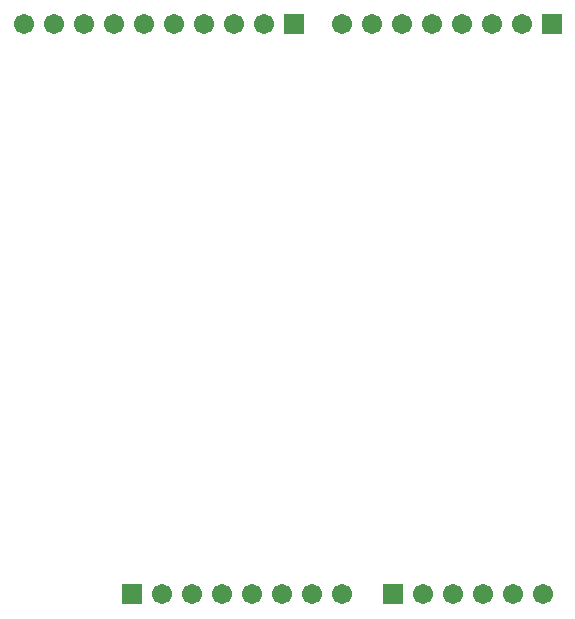
<source format=gbs>
G04*
G04 #@! TF.GenerationSoftware,Altium Limited,Altium Designer,20.2.6 (244)*
G04*
G04 Layer_Color=16711935*
%FSLAX44Y44*%
%MOMM*%
G71*
G04*
G04 #@! TF.SameCoordinates,9515D0E1-E452-41A6-BF4E-AEEE6F90C87A*
G04*
G04*
G04 #@! TF.FilePolarity,Negative*
G04*
G01*
G75*
%ADD36C,1.7032*%
%ADD37R,1.7032X1.7032*%
D36*
X365760Y508000D02*
D03*
X187960D02*
D03*
X213360D02*
D03*
X238760D02*
D03*
X264160D02*
D03*
X289560D02*
D03*
X314960D02*
D03*
X340360D02*
D03*
X391160D02*
D03*
X457200D02*
D03*
X482600D02*
D03*
X508000D02*
D03*
X533400D02*
D03*
X558800D02*
D03*
X584200D02*
D03*
X609600D02*
D03*
X627800Y25400D02*
D03*
X602400D02*
D03*
X577000D02*
D03*
X551600D02*
D03*
X526200D02*
D03*
X457200D02*
D03*
X431800D02*
D03*
X406400D02*
D03*
X381000D02*
D03*
X355600D02*
D03*
X330200D02*
D03*
X304800D02*
D03*
D37*
X416560Y508000D02*
D03*
X635000D02*
D03*
X500800Y25400D02*
D03*
X279400D02*
D03*
M02*

</source>
